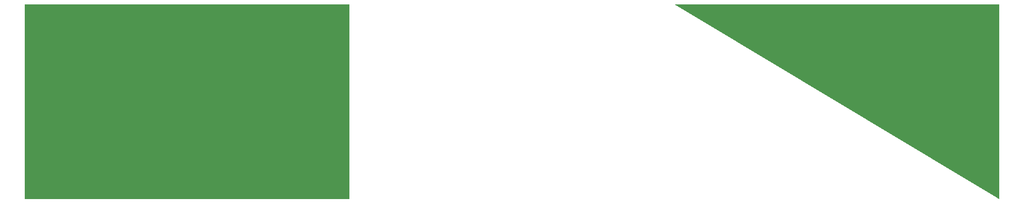
<source format=gbr>
%FSLAX46Y46*%
%MOMM*%
%LPD*%
G01*
%ADD10C,0.050000*%
D10*
%LPD*%
G36*
X0070000000Y0050000000D02*
X0020000000Y0050000000D01*
X0020000000Y0080000000D01*
X0070000000Y0080000000D01*
X0170000000Y0050000000D02*
X0120000000Y0080000000D01*
X0170000000Y0080000000D01*
G37*
M02*

</source>
